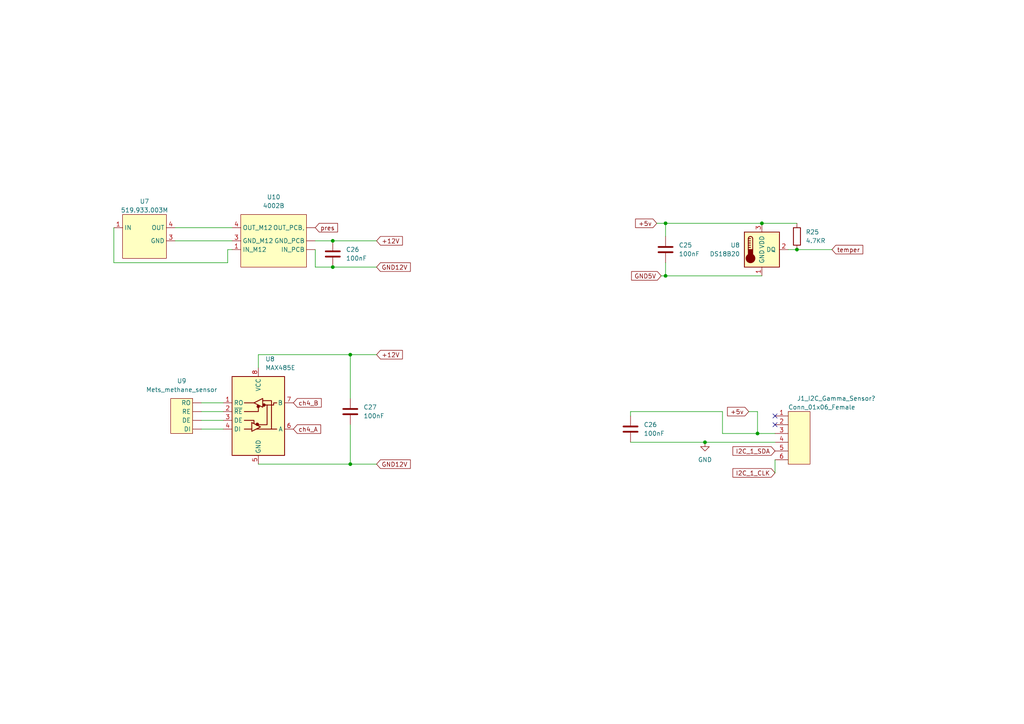
<source format=kicad_sch>
(kicad_sch (version 20211123) (generator eeschema)

  (uuid d84c1617-f99b-40e5-81d7-7418ce0cf5f3)

  (paper "A4")

  (lib_symbols
    (symbol "4002B_1" (in_bom yes) (on_board yes)
      (property "Reference" "U" (id 0) (at 0 2.54 0)
        (effects (font (size 1.27 1.27)))
      )
      (property "Value" "4002B_1" (id 1) (at 0 0 0)
        (effects (font (size 1.27 1.27)))
      )
      (property "Footprint" "" (id 2) (at 0 0 0)
        (effects (font (size 1.27 1.27)) hide)
      )
      (property "Datasheet" "" (id 3) (at 0 0 0)
        (effects (font (size 1.27 1.27)) hide)
      )
      (symbol "4002B_1_1_1"
        (rectangle (start -8.89 -2.54) (end 10.16 -17.78)
          (stroke (width 0) (type default) (color 0 0 0 0))
          (fill (type background))
        )
        (pin power_out line (at 12.7 -10.16 180) (length 2.54)
          (name "GND_PCB" (effects (font (size 1.27 1.27))))
          (number "" (effects (font (size 1.27 1.27))))
        )
        (pin power_in line (at 12.7 -12.7 180) (length 2.54)
          (name "IN_PCB" (effects (font (size 1.27 1.27))))
          (number "" (effects (font (size 1.27 1.27))))
        )
        (pin output line (at 12.7 -6.35 180) (length 2.54)
          (name "OUT_PCB," (effects (font (size 1.27 1.27))))
          (number "" (effects (font (size 1.27 1.27))))
        )
        (pin power_in line (at -11.43 -12.7 0) (length 2.54)
          (name "IN_M12" (effects (font (size 1.27 1.27))))
          (number "1" (effects (font (size 1.27 1.27))))
        )
        (pin power_in line (at -11.43 -10.16 0) (length 2.54)
          (name "GND_M12" (effects (font (size 1.27 1.27))))
          (number "3" (effects (font (size 1.27 1.27))))
        )
        (pin input line (at -11.43 -6.35 0) (length 2.54)
          (name "OUT_M12" (effects (font (size 1.27 1.27))))
          (number "4" (effects (font (size 1.27 1.27))))
        )
      )
    )
    (symbol "Analog:519" (in_bom yes) (on_board no)
      (property "Reference" "U7" (id 0) (at 0 20.32 0)
        (effects (font (size 1.27 1.27)))
      )
      (property "Value" "519" (id 1) (at 0 17.78 0)
        (effects (font (size 1.27 1.27)))
      )
      (property "Footprint" "" (id 2) (at 0 0 0)
        (effects (font (size 1.27 1.27) italic) hide)
      )
      (property "Datasheet" "https://apautomatyka.pl/download/dat_519_Huba-Control_en.pdf" (id 3) (at 0 19.05 0)
        (effects (font (size 0.5 0.5)) hide)
      )
      (property "ki_keywords" "pressure" (id 4) (at 0 0 0)
        (effects (font (size 1.27 1.27)) hide)
      )
      (property "ki_description" "Relative pressure transmitter huba control type 519" (id 5) (at 0 0 0)
        (effects (font (size 1.27 1.27)) hide)
      )
      (property "ki_fp_filters" "SOIC*7.5x10.3mm*P1.27mm*" (id 6) (at 0 0 0)
        (effects (font (size 1.27 1.27)) hide)
      )
      (symbol "519_1_1"
        (rectangle (start -5.08 7.62) (end 7.62 -5.08)
          (stroke (width 0) (type default) (color 0 0 0 0))
          (fill (type background))
        )
        (pin power_in line (at -7.62 3.81 0) (length 2.54)
          (name "IN" (effects (font (size 1.27 1.27))))
          (number "1" (effects (font (size 1.27 1.27))))
        )
        (pin power_in line (at 10.16 0 180) (length 2.54)
          (name "GND" (effects (font (size 1.27 1.27))))
          (number "3" (effects (font (size 1.27 1.27))))
        )
        (pin output line (at 10.16 3.81 180) (length 2.54)
          (name "OUT" (effects (font (size 1.27 1.27))))
          (number "4" (effects (font (size 1.27 1.27))))
        )
      )
    )
    (symbol "Connector:Conn_01x06_Female" (pin_names (offset 1.016) hide) (in_bom yes) (on_board yes)
      (property "Reference" "U" (id 0) (at -1.27 10.16 0)
        (effects (font (size 1.27 1.27)) (justify left))
      )
      (property "Value" "GDK101" (id 1) (at -3.81 7.62 0)
        (effects (font (size 1.27 1.27)) (justify left))
      )
      (property "Footprint" "" (id 2) (at 2.54 0 0)
        (effects (font (size 1.27 1.27)))
      )
      (property "Datasheet" "~" (id 3) (at 2.54 -2.54 0)
        (effects (font (size 1.27 1.27)) hide)
      )
      (property "ki_keywords" "connector" (id 4) (at 0 0 0)
        (effects (font (size 1.27 1.27)) hide)
      )
      (property "ki_description" "Generic connector, single row, 01x06, script generated (kicad-library-utils/schlib/autogen/connector/)" (id 5) (at 0 0 0)
        (effects (font (size 1.27 1.27)) hide)
      )
      (property "ki_fp_filters" "Connector*:*_1x??_*" (id 6) (at 0 0 0)
        (effects (font (size 1.27 1.27)) hide)
      )
      (symbol "Conn_01x06_Female_0_1"
        (rectangle (start -3.81 6.35) (end 2.54 -8.89)
          (stroke (width 0) (type default) (color 0 0 0 0))
          (fill (type background))
        )
      )
      (symbol "Conn_01x06_Female_1_1"
        (pin input line (at -7.62 5.08 0) (length 3.81)
          (name "Tx" (effects (font (size 1.27 1.27))))
          (number "1" (effects (font (size 1.27 1.27))))
        )
        (pin output line (at -7.62 2.54 0) (length 3.81)
          (name "Rx" (effects (font (size 1.27 1.27))))
          (number "2" (effects (font (size 1.27 1.27))))
        )
        (pin power_in line (at -7.62 0 0) (length 3.81)
          (name "VCC" (effects (font (size 1.27 1.27))))
          (number "3" (effects (font (size 1.27 1.27))))
        )
        (pin power_out line (at -7.62 -2.54 0) (length 3.81)
          (name "GND" (effects (font (size 1.27 1.27))))
          (number "4" (effects (font (size 1.27 1.27))))
        )
        (pin output line (at -7.62 -5.08 0) (length 3.81)
          (name "SDA" (effects (font (size 1.27 1.27))))
          (number "5" (effects (font (size 1.27 1.27))))
        )
        (pin output line (at -7.62 -7.62 0) (length 3.81)
          (name "SCL" (effects (font (size 1.27 1.27))))
          (number "6" (effects (font (size 1.27 1.27))))
        )
      )
    )
    (symbol "Device:C" (pin_numbers hide) (pin_names (offset 0.254)) (in_bom yes) (on_board yes)
      (property "Reference" "C" (id 0) (at 0.635 2.54 0)
        (effects (font (size 1.27 1.27)) (justify left))
      )
      (property "Value" "C" (id 1) (at 0.635 -2.54 0)
        (effects (font (size 1.27 1.27)) (justify left))
      )
      (property "Footprint" "" (id 2) (at 0.9652 -3.81 0)
        (effects (font (size 1.27 1.27)) hide)
      )
      (property "Datasheet" "~" (id 3) (at 0 0 0)
        (effects (font (size 1.27 1.27)) hide)
      )
      (property "ki_keywords" "cap capacitor" (id 4) (at 0 0 0)
        (effects (font (size 1.27 1.27)) hide)
      )
      (property "ki_description" "Unpolarized capacitor" (id 5) (at 0 0 0)
        (effects (font (size 1.27 1.27)) hide)
      )
      (property "ki_fp_filters" "C_*" (id 6) (at 0 0 0)
        (effects (font (size 1.27 1.27)) hide)
      )
      (symbol "C_0_1"
        (polyline
          (pts
            (xy -2.032 -0.762)
            (xy 2.032 -0.762)
          )
          (stroke (width 0.508) (type default) (color 0 0 0 0))
          (fill (type none))
        )
        (polyline
          (pts
            (xy -2.032 0.762)
            (xy 2.032 0.762)
          )
          (stroke (width 0.508) (type default) (color 0 0 0 0))
          (fill (type none))
        )
      )
      (symbol "C_1_1"
        (pin passive line (at 0 3.81 270) (length 2.794)
          (name "~" (effects (font (size 1.27 1.27))))
          (number "1" (effects (font (size 1.27 1.27))))
        )
        (pin passive line (at 0 -3.81 90) (length 2.794)
          (name "~" (effects (font (size 1.27 1.27))))
          (number "2" (effects (font (size 1.27 1.27))))
        )
      )
    )
    (symbol "Device:R" (pin_numbers hide) (pin_names (offset 0)) (in_bom yes) (on_board yes)
      (property "Reference" "R" (id 0) (at 2.032 0 90)
        (effects (font (size 1.27 1.27)))
      )
      (property "Value" "R" (id 1) (at 0 0 90)
        (effects (font (size 1.27 1.27)))
      )
      (property "Footprint" "" (id 2) (at -1.778 0 90)
        (effects (font (size 1.27 1.27)) hide)
      )
      (property "Datasheet" "~" (id 3) (at 0 0 0)
        (effects (font (size 1.27 1.27)) hide)
      )
      (property "ki_keywords" "R res resistor" (id 4) (at 0 0 0)
        (effects (font (size 1.27 1.27)) hide)
      )
      (property "ki_description" "Resistor" (id 5) (at 0 0 0)
        (effects (font (size 1.27 1.27)) hide)
      )
      (property "ki_fp_filters" "R_*" (id 6) (at 0 0 0)
        (effects (font (size 1.27 1.27)) hide)
      )
      (symbol "R_0_1"
        (rectangle (start -1.016 -2.54) (end 1.016 2.54)
          (stroke (width 0.254) (type default) (color 0 0 0 0))
          (fill (type none))
        )
      )
      (symbol "R_1_1"
        (pin passive line (at 0 3.81 270) (length 1.27)
          (name "~" (effects (font (size 1.27 1.27))))
          (number "1" (effects (font (size 1.27 1.27))))
        )
        (pin passive line (at 0 -3.81 90) (length 1.27)
          (name "~" (effects (font (size 1.27 1.27))))
          (number "2" (effects (font (size 1.27 1.27))))
        )
      )
    )
    (symbol "Interface_UART:MAX485E" (in_bom yes) (on_board yes)
      (property "Reference" "U" (id 0) (at -6.096 11.43 0)
        (effects (font (size 1.27 1.27)))
      )
      (property "Value" "MAX485E" (id 1) (at 0.762 11.43 0)
        (effects (font (size 1.27 1.27)) (justify left))
      )
      (property "Footprint" "" (id 2) (at 0 -17.78 0)
        (effects (font (size 1.27 1.27)) hide)
      )
      (property "Datasheet" "https://datasheets.maximintegrated.com/en/ds/MAX1487E-MAX491E.pdf" (id 3) (at 0 1.27 0)
        (effects (font (size 1.27 1.27)) hide)
      )
      (property "ki_keywords" "Half duplex RS-485/RS-422, 2.5 Mbps, ±15kV electro-static discharge (ESD) protection, no slew-rate, no low-power shutdown, with receiver/driver enable, 32 receiver drive kapacitity, DIP-8 and SOIC-8" (id 4) (at 0 0 0)
        (effects (font (size 1.27 1.27)) hide)
      )
      (property "ki_description" "Half duplex RS-485/RS-422, 2.5 Mbps, ±15kV electro-static discharge (ESD) protection, no slew-rate, no low-power shutdown, with receiver/driver enable, 32 receiver drive kapacitity, DIP-8 and SOIC-8" (id 5) (at 0 0 0)
        (effects (font (size 1.27 1.27)) hide)
      )
      (property "ki_fp_filters" "DIP*W7.62mm* SOIC*3.9x4.9mm*P1.27mm*" (id 6) (at 0 0 0)
        (effects (font (size 1.27 1.27)) hide)
      )
      (symbol "MAX485E_0_1"
        (rectangle (start -7.62 10.16) (end 7.62 -12.7)
          (stroke (width 0.254) (type default) (color 0 0 0 0))
          (fill (type background))
        )
        (circle (center -0.3048 -3.683) (radius 0.3556)
          (stroke (width 0.254) (type default) (color 0 0 0 0))
          (fill (type outline))
        )
        (circle (center -0.0254 1.4986) (radius 0.3556)
          (stroke (width 0.254) (type default) (color 0 0 0 0))
          (fill (type outline))
        )
        (polyline
          (pts
            (xy -4.064 -5.08)
            (xy -1.905 -5.08)
          )
          (stroke (width 0.254) (type default) (color 0 0 0 0))
          (fill (type none))
        )
        (polyline
          (pts
            (xy -4.064 2.54)
            (xy -1.27 2.54)
          )
          (stroke (width 0.254) (type default) (color 0 0 0 0))
          (fill (type none))
        )
        (polyline
          (pts
            (xy -1.27 -3.2004)
            (xy -1.27 -3.4544)
          )
          (stroke (width 0.254) (type default) (color 0 0 0 0))
          (fill (type none))
        )
        (polyline
          (pts
            (xy -0.635 -5.08)
            (xy 5.334 -5.08)
          )
          (stroke (width 0.254) (type default) (color 0 0 0 0))
          (fill (type none))
        )
        (polyline
          (pts
            (xy -4.064 -2.54)
            (xy -1.27 -2.54)
            (xy -1.27 -3.175)
          )
          (stroke (width 0.254) (type default) (color 0 0 0 0))
          (fill (type none))
        )
        (polyline
          (pts
            (xy 0 1.27)
            (xy 0 0)
            (xy -4.064 0)
          )
          (stroke (width 0.254) (type default) (color 0 0 0 0))
          (fill (type none))
        )
        (polyline
          (pts
            (xy 1.27 3.175)
            (xy 3.81 3.175)
            (xy 3.81 -5.08)
          )
          (stroke (width 0.254) (type default) (color 0 0 0 0))
          (fill (type none))
        )
        (polyline
          (pts
            (xy 2.54 1.905)
            (xy 2.54 -3.81)
            (xy 0 -3.81)
          )
          (stroke (width 0.254) (type default) (color 0 0 0 0))
          (fill (type none))
        )
        (polyline
          (pts
            (xy -1.905 -3.175)
            (xy -1.905 -5.715)
            (xy 0.635 -4.445)
            (xy -1.905 -3.175)
          )
          (stroke (width 0.254) (type default) (color 0 0 0 0))
          (fill (type none))
        )
        (polyline
          (pts
            (xy -1.27 2.54)
            (xy 1.27 3.81)
            (xy 1.27 1.27)
            (xy -1.27 2.54)
          )
          (stroke (width 0.254) (type default) (color 0 0 0 0))
          (fill (type none))
        )
        (polyline
          (pts
            (xy 1.905 1.905)
            (xy 4.445 1.905)
            (xy 4.445 2.54)
            (xy 5.334 2.54)
          )
          (stroke (width 0.254) (type default) (color 0 0 0 0))
          (fill (type none))
        )
        (rectangle (start 1.27 3.175) (end 1.27 3.175)
          (stroke (width 0) (type default) (color 0 0 0 0))
          (fill (type none))
        )
        (circle (center 1.651 1.905) (radius 0.3556)
          (stroke (width 0.254) (type default) (color 0 0 0 0))
          (fill (type outline))
        )
      )
      (symbol "MAX485E_1_1"
        (pin output line (at -10.16 2.54 0) (length 2.54)
          (name "RO" (effects (font (size 1.27 1.27))))
          (number "1" (effects (font (size 1.27 1.27))))
        )
        (pin input line (at -10.16 0 0) (length 2.54)
          (name "~{RE}" (effects (font (size 1.27 1.27))))
          (number "2" (effects (font (size 1.27 1.27))))
        )
        (pin input line (at -10.16 -2.54 0) (length 2.54)
          (name "DE" (effects (font (size 1.27 1.27))))
          (number "3" (effects (font (size 1.27 1.27))))
        )
        (pin input line (at -10.16 -5.08 0) (length 2.54)
          (name "DI" (effects (font (size 1.27 1.27))))
          (number "4" (effects (font (size 1.27 1.27))))
        )
        (pin power_in line (at 0 -15.24 90) (length 2.54)
          (name "GND" (effects (font (size 1.27 1.27))))
          (number "5" (effects (font (size 1.27 1.27))))
        )
        (pin bidirectional line (at 10.16 -5.08 180) (length 2.54)
          (name "A" (effects (font (size 1.27 1.27))))
          (number "6" (effects (font (size 1.27 1.27))))
        )
        (pin bidirectional line (at 10.16 2.54 180) (length 2.54)
          (name "B" (effects (font (size 1.27 1.27))))
          (number "7" (effects (font (size 1.27 1.27))))
        )
        (pin power_in line (at 0 12.7 270) (length 2.54)
          (name "VCC" (effects (font (size 1.27 1.27))))
          (number "8" (effects (font (size 1.27 1.27))))
        )
      )
    )
    (symbol "Sensor_Temperature:DS18B20" (pin_names (offset 1.016)) (in_bom yes) (on_board yes)
      (property "Reference" "U" (id 0) (at -3.81 6.35 0)
        (effects (font (size 1.27 1.27)))
      )
      (property "Value" "DS18B20" (id 1) (at 6.35 6.35 0)
        (effects (font (size 1.27 1.27)))
      )
      (property "Footprint" "Package_TO_SOT_THT:TO-92_Inline" (id 2) (at -25.4 -6.35 0)
        (effects (font (size 1.27 1.27)) hide)
      )
      (property "Datasheet" "http://datasheets.maximintegrated.com/en/ds/DS18B20.pdf" (id 3) (at -3.81 6.35 0)
        (effects (font (size 1.27 1.27)) hide)
      )
      (property "ki_keywords" "OneWire 1Wire Dallas Maxim" (id 4) (at 0 0 0)
        (effects (font (size 1.27 1.27)) hide)
      )
      (property "ki_description" "Programmable Resolution 1-Wire Digital Thermometer TO-92" (id 5) (at 0 0 0)
        (effects (font (size 1.27 1.27)) hide)
      )
      (property "ki_fp_filters" "TO*92*" (id 6) (at 0 0 0)
        (effects (font (size 1.27 1.27)) hide)
      )
      (symbol "DS18B20_0_1"
        (rectangle (start -5.08 5.08) (end 5.08 -5.08)
          (stroke (width 0.254) (type default) (color 0 0 0 0))
          (fill (type background))
        )
        (circle (center -3.302 -2.54) (radius 1.27)
          (stroke (width 0.254) (type default) (color 0 0 0 0))
          (fill (type outline))
        )
        (rectangle (start -2.667 -1.905) (end -3.937 0)
          (stroke (width 0.254) (type default) (color 0 0 0 0))
          (fill (type outline))
        )
        (arc (start -2.667 3.175) (mid -3.302 3.81) (end -3.937 3.175)
          (stroke (width 0.254) (type default) (color 0 0 0 0))
          (fill (type none))
        )
        (polyline
          (pts
            (xy -3.937 0.635)
            (xy -3.302 0.635)
          )
          (stroke (width 0.254) (type default) (color 0 0 0 0))
          (fill (type none))
        )
        (polyline
          (pts
            (xy -3.937 1.27)
            (xy -3.302 1.27)
          )
          (stroke (width 0.254) (type default) (color 0 0 0 0))
          (fill (type none))
        )
        (polyline
          (pts
            (xy -3.937 1.905)
            (xy -3.302 1.905)
          )
          (stroke (width 0.254) (type default) (color 0 0 0 0))
          (fill (type none))
        )
        (polyline
          (pts
            (xy -3.937 2.54)
            (xy -3.302 2.54)
          )
          (stroke (width 0.254) (type default) (color 0 0 0 0))
          (fill (type none))
        )
        (polyline
          (pts
            (xy -3.937 3.175)
            (xy -3.937 0)
          )
          (stroke (width 0.254) (type default) (color 0 0 0 0))
          (fill (type none))
        )
        (polyline
          (pts
            (xy -3.937 3.175)
            (xy -3.302 3.175)
          )
          (stroke (width 0.254) (type default) (color 0 0 0 0))
          (fill (type none))
        )
        (polyline
          (pts
            (xy -2.667 3.175)
            (xy -2.667 0)
          )
          (stroke (width 0.254) (type default) (color 0 0 0 0))
          (fill (type none))
        )
      )
      (symbol "DS18B20_1_1"
        (pin power_in line (at 0 -7.62 90) (length 2.54)
          (name "GND" (effects (font (size 1.27 1.27))))
          (number "1" (effects (font (size 1.27 1.27))))
        )
        (pin bidirectional line (at 7.62 0 180) (length 2.54)
          (name "DQ" (effects (font (size 1.27 1.27))))
          (number "2" (effects (font (size 1.27 1.27))))
        )
        (pin power_in line (at 0 7.62 270) (length 2.54)
          (name "VDD" (effects (font (size 1.27 1.27))))
          (number "3" (effects (font (size 1.27 1.27))))
        )
      )
    )
    (symbol "methane:Mets_methane_sensor" (in_bom yes) (on_board yes)
      (property "Reference" "U" (id 0) (at 0 0 0)
        (effects (font (size 1.27 1.27)))
      )
      (property "Value" "Mets_methane_sensor" (id 1) (at 0 -1.27 0)
        (effects (font (size 1.27 1.27)))
      )
      (property "Footprint" "" (id 2) (at 0 0 0)
        (effects (font (size 1.27 1.27)) hide)
      )
      (property "Datasheet" "" (id 3) (at 0 0 0)
        (effects (font (size 1.27 1.27)) hide)
      )
      (symbol "Mets_methane_sensor_0_1"
        (rectangle (start -2.54 -2.54) (end 3.81 -12.7)
          (stroke (width 0) (type default) (color 0 0 0 0))
          (fill (type background))
        )
      )
      (symbol "Mets_methane_sensor_1_1"
        (pin output line (at 6.35 -8.89 180) (length 2.54)
          (name "DE" (effects (font (size 1.27 1.27))))
          (number "" (effects (font (size 1.27 1.27))))
        )
        (pin output line (at 6.35 -11.43 180) (length 2.54)
          (name "DI" (effects (font (size 1.27 1.27))))
          (number "" (effects (font (size 1.27 1.27))))
        )
        (pin output line (at 6.35 -6.35 180) (length 2.54)
          (name "RE" (effects (font (size 1.27 1.27))))
          (number "" (effects (font (size 1.27 1.27))))
        )
        (pin input line (at 6.35 -3.81 180) (length 2.54)
          (name "RO" (effects (font (size 1.27 1.27))))
          (number "" (effects (font (size 1.27 1.27))))
        )
      )
    )
    (symbol "power:GND" (power) (pin_names (offset 0)) (in_bom yes) (on_board yes)
      (property "Reference" "#PWR" (id 0) (at 0 -6.35 0)
        (effects (font (size 1.27 1.27)) hide)
      )
      (property "Value" "GND" (id 1) (at 0 -3.81 0)
        (effects (font (size 1.27 1.27)))
      )
      (property "Footprint" "" (id 2) (at 0 0 0)
        (effects (font (size 1.27 1.27)) hide)
      )
      (property "Datasheet" "" (id 3) (at 0 0 0)
        (effects (font (size 1.27 1.27)) hide)
      )
      (property "ki_keywords" "power-flag" (id 4) (at 0 0 0)
        (effects (font (size 1.27 1.27)) hide)
      )
      (property "ki_description" "Power symbol creates a global label with name \"GND\" , ground" (id 5) (at 0 0 0)
        (effects (font (size 1.27 1.27)) hide)
      )
      (symbol "GND_0_1"
        (polyline
          (pts
            (xy 0 0)
            (xy 0 -1.27)
            (xy 1.27 -1.27)
            (xy 0 -2.54)
            (xy -1.27 -1.27)
            (xy 0 -1.27)
          )
          (stroke (width 0) (type default) (color 0 0 0 0))
          (fill (type none))
        )
      )
      (symbol "GND_1_1"
        (pin power_in line (at 0 0 270) (length 0) hide
          (name "GND" (effects (font (size 1.27 1.27))))
          (number "1" (effects (font (size 1.27 1.27))))
        )
      )
    )
  )

  (junction (at 96.52 77.47) (diameter 0) (color 0 0 0 0)
    (uuid 33366bea-7ffc-4f47-87ee-75a1dcb23892)
  )
  (junction (at 96.52 69.85) (diameter 0) (color 0 0 0 0)
    (uuid 4683825b-5366-4bce-80d5-ccb8374e0a58)
  )
  (junction (at 193.04 80.01) (diameter 0) (color 0 0 0 0)
    (uuid 4f29f8c6-cc80-4e4f-8711-039e57a07bb3)
  )
  (junction (at 219.71 125.73) (diameter 0) (color 0 0 0 0)
    (uuid 53a38955-2384-4017-a5c7-53e598dc85ce)
  )
  (junction (at 220.98 64.77) (diameter 0) (color 0 0 0 0)
    (uuid 598b28d0-b9a9-481d-a48a-06af9bf1b7e3)
  )
  (junction (at 101.6 134.62) (diameter 0) (color 0 0 0 0)
    (uuid 657c4d55-3fa7-4688-a2af-000557068c32)
  )
  (junction (at 101.6 102.87) (diameter 0) (color 0 0 0 0)
    (uuid 985c15bc-8552-4ade-aa6d-ed94583d0976)
  )
  (junction (at 231.14 72.39) (diameter 0) (color 0 0 0 0)
    (uuid cfe2f0b6-8765-4175-a2a6-f2f635752298)
  )
  (junction (at 204.47 128.27) (diameter 0) (color 0 0 0 0)
    (uuid eeb82f7a-d795-4d3d-a1a8-20aeeede8041)
  )
  (junction (at 193.04 64.77) (diameter 0) (color 0 0 0 0)
    (uuid f9400b40-b116-428d-a535-b1ca951ddccf)
  )

  (no_connect (at 224.79 120.65) (uuid 35613f0e-ba5b-48d6-804e-5d6715971e24))
  (no_connect (at 224.79 123.19) (uuid 7437bda1-fffc-4e95-9306-1028a19bebae))

  (wire (pts (xy 209.55 125.73) (xy 219.71 125.73))
    (stroke (width 0) (type default) (color 0 0 0 0))
    (uuid 007dd318-43df-4726-a7fb-8c7f19c7cd6a)
  )
  (wire (pts (xy 101.6 134.62) (xy 101.6 123.19))
    (stroke (width 0) (type default) (color 0 0 0 0))
    (uuid 0368bf4c-af9a-4270-9aab-fece55693675)
  )
  (wire (pts (xy 58.42 119.38) (xy 64.77 119.38))
    (stroke (width 0) (type default) (color 0 0 0 0))
    (uuid 0b0b50f2-b21c-4586-a97e-5ba94552c121)
  )
  (wire (pts (xy 182.88 128.27) (xy 204.47 128.27))
    (stroke (width 0) (type default) (color 0 0 0 0))
    (uuid 0cf61df9-22f0-4545-960c-8e699c8b1704)
  )
  (wire (pts (xy 204.47 128.27) (xy 224.79 128.27))
    (stroke (width 0) (type default) (color 0 0 0 0))
    (uuid 100df7f0-455b-40a3-bd78-62679a8b95b6)
  )
  (wire (pts (xy 193.04 76.2) (xy 193.04 80.01))
    (stroke (width 0) (type default) (color 0 0 0 0))
    (uuid 143c0e5c-fb43-42c3-af3b-547ce187ab4e)
  )
  (wire (pts (xy 101.6 134.62) (xy 109.22 134.62))
    (stroke (width 0) (type default) (color 0 0 0 0))
    (uuid 196c1d83-74b6-4224-9fdc-56dd411eea5a)
  )
  (wire (pts (xy 101.6 102.87) (xy 101.6 115.57))
    (stroke (width 0) (type default) (color 0 0 0 0))
    (uuid 256aac8b-44f4-48b3-8d1b-d437a520baa7)
  )
  (wire (pts (xy 228.6 72.39) (xy 231.14 72.39))
    (stroke (width 0) (type default) (color 0 0 0 0))
    (uuid 26abc5f7-e0dd-47e8-93ed-0a842def1a5c)
  )
  (wire (pts (xy 209.55 119.38) (xy 209.55 125.73))
    (stroke (width 0) (type default) (color 0 0 0 0))
    (uuid 2e75ab65-378a-43fc-a05b-8fe4a5be4511)
  )
  (wire (pts (xy 193.04 64.77) (xy 220.98 64.77))
    (stroke (width 0) (type default) (color 0 0 0 0))
    (uuid 3dd7419b-8568-4472-9800-85544fe6dcbc)
  )
  (wire (pts (xy 190.5 64.77) (xy 193.04 64.77))
    (stroke (width 0) (type default) (color 0 0 0 0))
    (uuid 407dac74-37c6-460f-9595-c4fce7a1a837)
  )
  (wire (pts (xy 66.04 76.2) (xy 66.04 72.39))
    (stroke (width 0) (type default) (color 0 0 0 0))
    (uuid 42e850cc-ca3c-4598-afd4-967c954d362a)
  )
  (wire (pts (xy 217.17 119.38) (xy 219.71 119.38))
    (stroke (width 0) (type default) (color 0 0 0 0))
    (uuid 5ca92a5c-6909-4ba3-a7a7-8adab369a7b2)
  )
  (wire (pts (xy 231.14 72.39) (xy 241.3 72.39))
    (stroke (width 0) (type default) (color 0 0 0 0))
    (uuid 5f5adf41-071c-4a4e-b90e-4a6a41c0406d)
  )
  (wire (pts (xy 74.93 106.68) (xy 74.93 102.87))
    (stroke (width 0) (type default) (color 0 0 0 0))
    (uuid 713729ee-a113-41ae-aebc-7478030ae89e)
  )
  (wire (pts (xy 101.6 102.87) (xy 109.22 102.87))
    (stroke (width 0) (type default) (color 0 0 0 0))
    (uuid 74d0bf52-0491-49e1-b439-24444d9d8e13)
  )
  (wire (pts (xy 219.71 119.38) (xy 219.71 125.73))
    (stroke (width 0) (type default) (color 0 0 0 0))
    (uuid 7503cd21-24bd-4cf8-b5be-abd09f047d29)
  )
  (wire (pts (xy 182.88 120.65) (xy 182.88 119.38))
    (stroke (width 0) (type default) (color 0 0 0 0))
    (uuid 7532cbb4-7c6c-42e5-b1fa-d5021e3b68ef)
  )
  (wire (pts (xy 193.04 64.77) (xy 193.04 68.58))
    (stroke (width 0) (type default) (color 0 0 0 0))
    (uuid 8111658f-7e20-4702-81fe-8a9f591bf95d)
  )
  (wire (pts (xy 193.04 80.01) (xy 220.98 80.01))
    (stroke (width 0) (type default) (color 0 0 0 0))
    (uuid 82aaf218-7818-48b2-98f8-0f140f94548e)
  )
  (wire (pts (xy 91.44 72.39) (xy 91.44 77.47))
    (stroke (width 0) (type default) (color 0 0 0 0))
    (uuid 883e33b4-51b0-4383-8c1a-28ba3b5c23d3)
  )
  (wire (pts (xy 96.52 69.85) (xy 109.22 69.85))
    (stroke (width 0) (type default) (color 0 0 0 0))
    (uuid a575079b-7b7b-44cc-bdb4-558542b7652b)
  )
  (wire (pts (xy 182.88 119.38) (xy 209.55 119.38))
    (stroke (width 0) (type default) (color 0 0 0 0))
    (uuid a6785954-fcb4-4699-8886-604ab7acbeb3)
  )
  (wire (pts (xy 58.42 124.46) (xy 64.77 124.46))
    (stroke (width 0) (type default) (color 0 0 0 0))
    (uuid a79629a2-c99e-410a-afbe-1a655cd90a46)
  )
  (wire (pts (xy 66.04 72.39) (xy 67.31 72.39))
    (stroke (width 0) (type default) (color 0 0 0 0))
    (uuid a8711015-dd8c-491e-8d21-a63959269391)
  )
  (wire (pts (xy 191.77 80.01) (xy 193.04 80.01))
    (stroke (width 0) (type default) (color 0 0 0 0))
    (uuid ab213207-a7d4-48f5-bf9e-30a9caa06d79)
  )
  (wire (pts (xy 58.42 121.92) (xy 64.77 121.92))
    (stroke (width 0) (type default) (color 0 0 0 0))
    (uuid ac485085-8a23-4411-88ac-92ab931c98b9)
  )
  (wire (pts (xy 50.8 66.04) (xy 67.31 66.04))
    (stroke (width 0) (type default) (color 0 0 0 0))
    (uuid ae441e5a-7fc6-40fb-b16b-73b53e594e8b)
  )
  (wire (pts (xy 74.93 134.62) (xy 101.6 134.62))
    (stroke (width 0) (type default) (color 0 0 0 0))
    (uuid b59c10d5-4dec-4fb1-b29b-6600799c0671)
  )
  (wire (pts (xy 50.8 69.85) (xy 67.31 69.85))
    (stroke (width 0) (type default) (color 0 0 0 0))
    (uuid b80adc75-81e8-4519-8abd-2628c8484c69)
  )
  (wire (pts (xy 220.98 64.77) (xy 231.14 64.77))
    (stroke (width 0) (type default) (color 0 0 0 0))
    (uuid bf7f46fa-1791-41ca-9b33-778d8fb8c57e)
  )
  (wire (pts (xy 33.02 76.2) (xy 66.04 76.2))
    (stroke (width 0) (type default) (color 0 0 0 0))
    (uuid c2a58db7-a184-4e3f-92a8-08b05a7666e5)
  )
  (wire (pts (xy 219.71 125.73) (xy 224.79 125.73))
    (stroke (width 0) (type default) (color 0 0 0 0))
    (uuid cc3a5483-0602-44b4-b540-8d59f31c20f8)
  )
  (wire (pts (xy 33.02 66.04) (xy 33.02 76.2))
    (stroke (width 0) (type default) (color 0 0 0 0))
    (uuid d629711b-8c4d-49f8-9285-b65c02bb8882)
  )
  (wire (pts (xy 91.44 69.85) (xy 96.52 69.85))
    (stroke (width 0) (type default) (color 0 0 0 0))
    (uuid de0e7f9d-7fff-4fdf-97a3-e279aa318872)
  )
  (wire (pts (xy 74.93 102.87) (xy 101.6 102.87))
    (stroke (width 0) (type default) (color 0 0 0 0))
    (uuid e0249a76-c415-42e6-9cbc-14609d096cec)
  )
  (wire (pts (xy 58.42 116.84) (xy 64.77 116.84))
    (stroke (width 0) (type default) (color 0 0 0 0))
    (uuid e039f268-721d-45e7-a37b-7c1db5e774ca)
  )
  (wire (pts (xy 96.52 77.47) (xy 109.22 77.47))
    (stroke (width 0) (type default) (color 0 0 0 0))
    (uuid e3dc7cf2-0466-42f8-975d-e3c9e69b4a48)
  )
  (wire (pts (xy 91.44 77.47) (xy 96.52 77.47))
    (stroke (width 0) (type default) (color 0 0 0 0))
    (uuid ec44d017-c1ca-40a9-bed2-8bff5b37491b)
  )
  (wire (pts (xy 224.79 137.16) (xy 224.79 133.35))
    (stroke (width 0) (type default) (color 0 0 0 0))
    (uuid ed5e9350-6270-4738-9bca-8342e13b6c0e)
  )

  (global_label "I2C_1_CLK" (shape input) (at 224.79 137.16 180) (fields_autoplaced)
    (effects (font (size 1.27 1.27)) (justify right))
    (uuid 1e481cfe-f6c0-487e-9f86-a6045cce6a4f)
    (property "Intersheet References" "${INTERSHEET_REFS}" (id 0) (at 212.5798 137.0806 0)
      (effects (font (size 1.27 1.27)) (justify right) hide)
    )
  )
  (global_label "ch4_A" (shape input) (at 85.09 124.46 0) (fields_autoplaced)
    (effects (font (size 1.27 1.27)) (justify left))
    (uuid 28278a0a-b7fc-4062-b134-673275283623)
    (property "Intersheet References" "${INTERSHEET_REFS}" (id 0) (at 93.0064 124.3806 0)
      (effects (font (size 1.27 1.27)) (justify left) hide)
    )
  )
  (global_label "+12V" (shape input) (at 109.22 69.85 0) (fields_autoplaced)
    (effects (font (size 1.27 1.27)) (justify left))
    (uuid 28d7fb75-c3e9-4b41-89b1-8adc635eeb87)
    (property "Intersheet References" "${INTERSHEET_REFS}" (id 0) (at 116.7131 69.7706 0)
      (effects (font (size 1.27 1.27)) (justify left) hide)
    )
  )
  (global_label "ch4_B" (shape input) (at 85.09 116.84 0) (fields_autoplaced)
    (effects (font (size 1.27 1.27)) (justify left))
    (uuid 4e3546f0-647c-475d-a7cc-c550c2270d12)
    (property "Intersheet References" "${INTERSHEET_REFS}" (id 0) (at 93.1879 116.7606 0)
      (effects (font (size 1.27 1.27)) (justify left) hide)
    )
  )
  (global_label "temper" (shape input) (at 241.3 72.39 0) (fields_autoplaced)
    (effects (font (size 1.27 1.27)) (justify left))
    (uuid 54b986f5-c753-4b37-9f66-a9c34a0b2c92)
    (property "Intersheet References" "${INTERSHEET_REFS}" (id 0) (at 250.2445 72.3106 0)
      (effects (font (size 1.27 1.27)) (justify left) hide)
    )
  )
  (global_label "GND5V" (shape input) (at 191.77 80.01 180) (fields_autoplaced)
    (effects (font (size 1.27 1.27)) (justify right))
    (uuid 5f625c05-4242-40b8-86b3-47b194da9b33)
    (property "Intersheet References" "${INTERSHEET_REFS}" (id 0) (at 183.1883 79.9306 0)
      (effects (font (size 1.27 1.27)) (justify right) hide)
    )
  )
  (global_label "pres" (shape input) (at 91.44 66.04 0) (fields_autoplaced)
    (effects (font (size 1.27 1.27)) (justify left))
    (uuid 6d3154e9-5d63-4b59-b362-c44e12b99699)
    (property "Intersheet References" "${INTERSHEET_REFS}" (id 0) (at 97.905 65.9606 0)
      (effects (font (size 1.27 1.27)) (justify left) hide)
    )
  )
  (global_label "+5v" (shape input) (at 190.5 64.77 180) (fields_autoplaced)
    (effects (font (size 1.27 1.27)) (justify right))
    (uuid 89d0c2bf-bdc2-4d19-986c-7ffd3d0601ee)
    (property "Intersheet References" "${INTERSHEET_REFS}" (id 0) (at 184.3374 64.6906 0)
      (effects (font (size 1.27 1.27)) (justify right) hide)
    )
  )
  (global_label "GND12V" (shape input) (at 109.22 134.62 0) (fields_autoplaced)
    (effects (font (size 1.27 1.27)) (justify left))
    (uuid 9faec4fb-0402-4e25-9a96-b2899c592b69)
    (property "Intersheet References" "${INTERSHEET_REFS}" (id 0) (at 119.0112 134.5406 0)
      (effects (font (size 1.27 1.27)) (justify left) hide)
    )
  )
  (global_label "I2C_1_SDA" (shape input) (at 224.79 130.81 180) (fields_autoplaced)
    (effects (font (size 1.27 1.27)) (justify right))
    (uuid 9fe6fd7c-c6e8-4728-b017-09a2908b8025)
    (property "Intersheet References" "${INTERSHEET_REFS}" (id 0) (at 212.5798 130.7306 0)
      (effects (font (size 1.27 1.27)) (justify right) hide)
    )
  )
  (global_label "+5v" (shape input) (at 217.17 119.38 180) (fields_autoplaced)
    (effects (font (size 1.27 1.27)) (justify right))
    (uuid ac1a19e9-00c1-4c68-bb59-3638c44a7d17)
    (property "Intersheet References" "${INTERSHEET_REFS}" (id 0) (at 211.0074 119.3006 0)
      (effects (font (size 1.27 1.27)) (justify right) hide)
    )
  )
  (global_label "GND12V" (shape input) (at 109.22 77.47 0) (fields_autoplaced)
    (effects (font (size 1.27 1.27)) (justify left))
    (uuid bd8bd7cd-11fc-4dbc-9a73-e76c00e45632)
    (property "Intersheet References" "${INTERSHEET_REFS}" (id 0) (at 119.0112 77.3906 0)
      (effects (font (size 1.27 1.27)) (justify left) hide)
    )
  )
  (global_label "+12V" (shape input) (at 109.22 102.87 0) (fields_autoplaced)
    (effects (font (size 1.27 1.27)) (justify left))
    (uuid fedfcb0b-3d8c-4e69-9fa4-2c745c25bc68)
    (property "Intersheet References" "${INTERSHEET_REFS}" (id 0) (at 116.7131 102.7906 0)
      (effects (font (size 1.27 1.27)) (justify left) hide)
    )
  )

  (symbol (lib_id "Device:R") (at 231.14 68.58 0) (unit 1)
    (in_bom yes) (on_board yes) (fields_autoplaced)
    (uuid 360db340-539b-44cb-917c-4814d3f8f1d0)
    (property "Reference" "R25" (id 0) (at 233.68 67.3099 0)
      (effects (font (size 1.27 1.27)) (justify left))
    )
    (property "Value" "4.7KR" (id 1) (at 233.68 69.8499 0)
      (effects (font (size 1.27 1.27)) (justify left))
    )
    (property "Footprint" "" (id 2) (at 229.362 68.58 90)
      (effects (font (size 1.27 1.27)) hide)
    )
    (property "Datasheet" "~" (id 3) (at 231.14 68.58 0)
      (effects (font (size 1.27 1.27)) hide)
    )
    (pin "1" (uuid f5a4b22c-e433-401d-9aff-80b7bb9d6d4e))
    (pin "2" (uuid 3fae4e07-630b-4d0f-be11-fdce427a738a))
  )

  (symbol (lib_id "Device:C") (at 182.88 124.46 0) (unit 1)
    (in_bom yes) (on_board yes) (fields_autoplaced)
    (uuid 39b1150b-843f-4ad0-a292-654d60512114)
    (property "Reference" "C26" (id 0) (at 186.69 123.1899 0)
      (effects (font (size 1.27 1.27)) (justify left))
    )
    (property "Value" "100nF" (id 1) (at 186.69 125.7299 0)
      (effects (font (size 1.27 1.27)) (justify left))
    )
    (property "Footprint" "" (id 2) (at 183.8452 128.27 0)
      (effects (font (size 1.27 1.27)) hide)
    )
    (property "Datasheet" "~" (id 3) (at 182.88 124.46 0)
      (effects (font (size 1.27 1.27)) hide)
    )
    (pin "1" (uuid b5d4a209-9009-4125-8b05-9aeddccf5d8e))
    (pin "2" (uuid 18000938-5b60-4f58-8acb-eb84e6ac5712))
  )

  (symbol (lib_id "Sensor_Temperature:DS18B20") (at 220.98 72.39 0) (unit 1)
    (in_bom yes) (on_board yes) (fields_autoplaced)
    (uuid 3a006ecc-b301-417c-b427-edf58612ff3b)
    (property "Reference" "U8" (id 0) (at 214.63 71.1199 0)
      (effects (font (size 1.27 1.27)) (justify right))
    )
    (property "Value" "DS18B20" (id 1) (at 214.63 73.6599 0)
      (effects (font (size 1.27 1.27)) (justify right))
    )
    (property "Footprint" "Package_TO_SOT_THT:TO-92_Inline" (id 2) (at 195.58 78.74 0)
      (effects (font (size 1.27 1.27)) hide)
    )
    (property "Datasheet" "http://datasheets.maximintegrated.com/en/ds/DS18B20.pdf" (id 3) (at 217.17 66.04 0)
      (effects (font (size 1.27 1.27)) hide)
    )
    (pin "1" (uuid ac5dfab1-5435-448a-a5a0-db4a9c9bc2d5))
    (pin "2" (uuid f3b5ec70-1220-4ffb-ba20-eb63726ed967))
    (pin "3" (uuid f58f1f8a-5968-4175-979c-22f33d10dca7))
  )

  (symbol (lib_id "methane:Mets_methane_sensor") (at 52.07 113.03 0) (unit 1)
    (in_bom yes) (on_board yes) (fields_autoplaced)
    (uuid 3bb38827-c0aa-479d-98ee-1719420e722c)
    (property "Reference" "U9" (id 0) (at 52.705 110.49 0))
    (property "Value" "Mets_methane_sensor" (id 1) (at 52.705 113.03 0))
    (property "Footprint" "" (id 2) (at 52.07 113.03 0)
      (effects (font (size 1.27 1.27)) hide)
    )
    (property "Datasheet" "" (id 3) (at 52.07 113.03 0)
      (effects (font (size 1.27 1.27)) hide)
    )
    (pin "" (uuid 8b51c21f-b850-41a6-8e56-5cede5d6b996))
    (pin "" (uuid 8b51c21f-b850-41a6-8e56-5cede5d6b996))
    (pin "" (uuid 8b51c21f-b850-41a6-8e56-5cede5d6b996))
    (pin "" (uuid 8b51c21f-b850-41a6-8e56-5cede5d6b996))
  )

  (symbol (lib_id "power:GND") (at 204.47 128.27 0) (unit 1)
    (in_bom yes) (on_board yes) (fields_autoplaced)
    (uuid 613f8c0a-d54e-486e-8bfd-29b2f4ef8dc9)
    (property "Reference" "#PWR?" (id 0) (at 204.47 134.62 0)
      (effects (font (size 1.27 1.27)) hide)
    )
    (property "Value" "GND" (id 1) (at 204.47 133.35 0))
    (property "Footprint" "" (id 2) (at 204.47 128.27 0)
      (effects (font (size 1.27 1.27)) hide)
    )
    (property "Datasheet" "" (id 3) (at 204.47 128.27 0)
      (effects (font (size 1.27 1.27)) hide)
    )
    (pin "1" (uuid 5b0277e4-3dfa-4647-ba05-5320945d800e))
  )

  (symbol (lib_id "Interface_UART:MAX485E") (at 74.93 119.38 0) (unit 1)
    (in_bom yes) (on_board yes) (fields_autoplaced)
    (uuid 801548aa-1a6b-4b2f-a875-e509e4453ddf)
    (property "Reference" "U8" (id 0) (at 76.9494 104.14 0)
      (effects (font (size 1.27 1.27)) (justify left))
    )
    (property "Value" "MAX485E" (id 1) (at 76.9494 106.68 0)
      (effects (font (size 1.27 1.27)) (justify left))
    )
    (property "Footprint" "" (id 2) (at 74.93 137.16 0)
      (effects (font (size 1.27 1.27)) hide)
    )
    (property "Datasheet" "https://datasheets.maximintegrated.com/en/ds/MAX1487E-MAX491E.pdf" (id 3) (at 74.93 118.11 0)
      (effects (font (size 1.27 1.27)) hide)
    )
    (pin "1" (uuid 72490dc3-d0d8-46f6-8029-9045e47b8035))
    (pin "2" (uuid 329a0675-cb6f-4ed7-a265-a7325ee51927))
    (pin "3" (uuid 4f2f7b16-570a-4959-a99a-4e3aae4e73a6))
    (pin "4" (uuid 961eb050-1f81-4b28-8f65-59f8f1abfd38))
    (pin "5" (uuid a8b9d70a-3170-4f2b-ab54-fff74ab49584))
    (pin "6" (uuid 3d94fe9f-4ddd-4a08-abd9-0f96edb4bf7b))
    (pin "7" (uuid 68129c17-3ed9-4212-aaa8-e999d04940d1))
    (pin "8" (uuid 2a5233a5-5987-4b35-8b5a-557996695b85))
  )

  (symbol (lib_id "Device:C") (at 101.6 119.38 0) (unit 1)
    (in_bom yes) (on_board yes) (fields_autoplaced)
    (uuid b819cf50-f5a6-4a98-b95d-783da0a1ef6e)
    (property "Reference" "C27" (id 0) (at 105.41 118.1099 0)
      (effects (font (size 1.27 1.27)) (justify left))
    )
    (property "Value" "100nF" (id 1) (at 105.41 120.6499 0)
      (effects (font (size 1.27 1.27)) (justify left))
    )
    (property "Footprint" "" (id 2) (at 102.5652 123.19 0)
      (effects (font (size 1.27 1.27)) hide)
    )
    (property "Datasheet" "~" (id 3) (at 101.6 119.38 0)
      (effects (font (size 1.27 1.27)) hide)
    )
    (pin "1" (uuid bf84b09d-e92f-4961-b7a7-748170430fed))
    (pin "2" (uuid a6ceef04-977f-45b3-b8c8-75eac777e20c))
  )

  (symbol (lib_id "Device:C") (at 96.52 73.66 0) (unit 1)
    (in_bom yes) (on_board yes) (fields_autoplaced)
    (uuid bbb72a49-6e33-41ea-99f0-837de47b8c08)
    (property "Reference" "C26" (id 0) (at 100.33 72.3899 0)
      (effects (font (size 1.27 1.27)) (justify left))
    )
    (property "Value" "100nF" (id 1) (at 100.33 74.9299 0)
      (effects (font (size 1.27 1.27)) (justify left))
    )
    (property "Footprint" "" (id 2) (at 97.4852 77.47 0)
      (effects (font (size 1.27 1.27)) hide)
    )
    (property "Datasheet" "~" (id 3) (at 96.52 73.66 0)
      (effects (font (size 1.27 1.27)) hide)
    )
    (pin "1" (uuid becbfea0-a4c9-4145-892d-79c222c17710))
    (pin "2" (uuid a9fda679-ad3a-451c-918b-9ad5a7b5aca1))
  )

  (symbol (lib_id "Analog:519") (at 40.64 69.85 0) (unit 1)
    (in_bom yes) (on_board no)
    (uuid c24eb077-6d4a-4ccd-bd1c-9ae5a44d9429)
    (property "Reference" "U7" (id 0) (at 41.91 58.42 0))
    (property "Value" "519.933.003M" (id 1) (at 41.91 60.96 0))
    (property "Footprint" "" (id 2) (at 40.64 69.85 0)
      (effects (font (size 1.27 1.27) italic) hide)
    )
    (property "Datasheet" "https://apautomatyka.pl/download/dat_519_Huba-Control_en.pdf" (id 3) (at 40.64 50.8 0)
      (effects (font (size 0.5 0.5)) hide)
    )
    (pin "1" (uuid 9df3456f-cfea-4468-8946-c45edc07b3c2))
    (pin "3" (uuid 62c421d6-302f-4217-ac90-6e79aa841707))
    (pin "4" (uuid 6db41702-046b-4bf3-b911-4089ec7d87b2))
  )

  (symbol (lib_id "Device:C") (at 193.04 72.39 0) (unit 1)
    (in_bom yes) (on_board yes) (fields_autoplaced)
    (uuid cd95cc3f-1311-4b4c-875d-d9e44d7b0581)
    (property "Reference" "C25" (id 0) (at 196.85 71.1199 0)
      (effects (font (size 1.27 1.27)) (justify left))
    )
    (property "Value" "100nF" (id 1) (at 196.85 73.6599 0)
      (effects (font (size 1.27 1.27)) (justify left))
    )
    (property "Footprint" "" (id 2) (at 194.0052 76.2 0)
      (effects (font (size 1.27 1.27)) hide)
    )
    (property "Datasheet" "~" (id 3) (at 193.04 72.39 0)
      (effects (font (size 1.27 1.27)) hide)
    )
    (pin "1" (uuid 70628f3d-a36f-432a-bd28-150e915b0d79))
    (pin "2" (uuid fc4c7f28-7abe-41c7-bf6b-a8af8c667b2b))
  )

  (symbol (lib_id "Connector:Conn_01x06_Female") (at 232.41 125.73 0) (unit 1)
    (in_bom yes) (on_board yes) (fields_autoplaced)
    (uuid d2897ec6-9a28-402d-a53f-074a8f6785f3)
    (property "Reference" "U12" (id 0) (at 231.14 115.57 0)
      (effects (font (size 1.27 1.27)) (justify left))
    )
    (property "Value" "GDK101" (id 1) (at 228.6 118.11 0)
      (effects (font (size 1.27 1.27)) (justify left))
    )
    (property "Footprint" "" (id 2) (at 234.95 125.73 0))
    (property "Datasheet" "~" (id 3) (at 234.95 128.27 0)
      (effects (font (size 1.27 1.27)) hide)
    )
    (pin "1" (uuid 6492bde0-7a4f-44eb-9eff-ca67e31c294f))
    (pin "2" (uuid 6809c315-0e83-4769-b50d-a90236088519))
    (pin "3" (uuid 2231af38-8d7a-43ad-a44f-fb1863b47317))
    (pin "4" (uuid e8cc9326-d0c0-4d53-9dbe-360d65f33375))
    (pin "5" (uuid 21d54935-3648-420a-aba2-1117e81ee32c))
    (pin "6" (uuid b05fcfd9-83e0-4623-9023-7f6673ae9468))
  )

  (symbol (lib_name "4002B_1") (lib_id "Comparator:4002B") (at 78.74 59.69 0) (unit 1)
    (in_bom yes) (on_board yes) (fields_autoplaced)
    (uuid fcd4c538-029c-4f55-a6c7-28bd83fc0bbd)
    (property "Reference" "U10" (id 0) (at 79.375 57.15 0))
    (property "Value" "4002B" (id 1) (at 79.375 59.69 0))
    (property "Footprint" "" (id 2) (at 78.74 59.69 0)
      (effects (font (size 1.27 1.27)) hide)
    )
    (property "Datasheet" "" (id 3) (at 78.74 59.69 0)
      (effects (font (size 1.27 1.27)) hide)
    )
    (pin "" (uuid dacd588a-571e-47d0-b4b4-5de9b179f9b7))
    (pin "" (uuid dacd588a-571e-47d0-b4b4-5de9b179f9b7))
    (pin "" (uuid dacd588a-571e-47d0-b4b4-5de9b179f9b7))
    (pin "1" (uuid 4c1d6447-bd98-4636-a6b2-3fcbb707ed99))
    (pin "3" (uuid 40bab569-d976-4e53-bab7-bd9c200d0b46))
    (pin "4" (uuid d69d8d75-55f0-4605-a2cf-a4426139d7d9))
  )

  (sheet_instances
    (path "/" (page "1"))
  )

  (symbol_instances
    (path "/70284597-3e0e-4959-8b74-41942e752847"
      (reference "#PWR?") (unit 1) (value "Earth") (footprint "")
    )
    (path "/cd95cc3f-1311-4b4c-875d-d9e44d7b0581"
      (reference "C25") (unit 1) (value "100nF") (footprint "")
    )
    (path "/bbb72a49-6e33-41ea-99f0-837de47b8c08"
      (reference "C26") (unit 1) (value "100nF") (footprint "")
    )
    (path "/b819cf50-f5a6-4a98-b95d-783da0a1ef6e"
      (reference "C27") (unit 1) (value "100nF") (footprint "")
    )
    (path "/adda073a-7f51-4a84-8a88-bf352933d58e"
      (reference "C?") (unit 1) (value "100nF") (footprint "")
    )
    (path "/d2897ec6-9a28-402d-a53f-074a8f6785f3"
      (reference "J1_I2C_Gamma_Sensor?") (unit 1) (value "Conn_01x06_Female") (footprint "")
    )
    (path "/360db340-539b-44cb-917c-4814d3f8f1d0"
      (reference "R25") (unit 1) (value "4.7KR") (footprint "")
    )
    (path "/c24eb077-6d4a-4ccd-bd1c-9ae5a44d9429"
      (reference "U7") (unit 1) (value "519.933.003M") (footprint "")
    )
    (path "/3a006ecc-b301-417c-b427-edf58612ff3b"
      (reference "U8") (unit 1) (value "DS18B20") (footprint "Package_TO_SOT_THT:TO-92_Inline")
    )
    (path "/801548aa-1a6b-4b2f-a875-e509e4453ddf"
      (reference "U8") (unit 1) (value "MAX485E") (footprint "")
    )
    (path "/3bb38827-c0aa-479d-98ee-1719420e722c"
      (reference "U9") (unit 1) (value "Mets_methane_sensor") (footprint "")
    )
    (path "/fcd4c538-029c-4f55-a6c7-28bd83fc0bbd"
      (reference "U10") (unit 1) (value "4002B") (footprint "")
    )
  )
)

</source>
